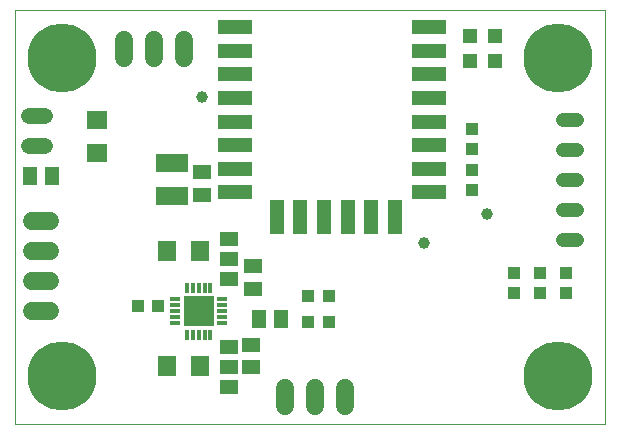
<source format=gts>
G75*
%MOIN*%
%OFA0B0*%
%FSLAX25Y25*%
%IPPOS*%
%LPD*%
%AMOC8*
5,1,8,0,0,1.08239X$1,22.5*
%
%ADD10C,0.00000*%
%ADD11R,0.07087X0.06299*%
%ADD12R,0.05906X0.05118*%
%ADD13R,0.06299X0.07087*%
%ADD14R,0.04331X0.03937*%
%ADD15R,0.03937X0.04331*%
%ADD16R,0.10630X0.06299*%
%ADD17R,0.05118X0.05906*%
%ADD18R,0.04724X0.04724*%
%ADD19C,0.04800*%
%ADD20C,0.06000*%
%ADD21R,0.11811X0.04724*%
%ADD22R,0.04724X0.11811*%
%ADD23R,0.01200X0.03200*%
%ADD24R,0.03200X0.01200*%
%ADD25R,0.10200X0.10200*%
%ADD26C,0.05400*%
%ADD27C,0.23000*%
%ADD28C,0.03937*%
D10*
X0007000Y0020587D02*
X0007000Y0158383D01*
X0203850Y0158383D01*
X0203850Y0020587D01*
X0007000Y0020587D01*
D11*
X0034500Y0110701D03*
X0034500Y0121724D03*
D12*
X0069500Y0104328D03*
X0069500Y0096847D03*
X0078250Y0082280D03*
X0078250Y0075587D03*
X0078250Y0068894D03*
X0086375Y0065597D03*
X0086375Y0073078D03*
X0085750Y0046828D03*
X0085750Y0039347D03*
X0078250Y0039337D03*
X0078250Y0032644D03*
X0078250Y0046030D03*
D13*
X0068762Y0039962D03*
X0057738Y0039962D03*
X0057738Y0078087D03*
X0068762Y0078087D03*
D14*
X0104904Y0054337D03*
X0111596Y0054337D03*
X0159500Y0098491D03*
X0159500Y0105184D03*
X0159500Y0112241D03*
X0159500Y0118934D03*
X0173250Y0070809D03*
X0173250Y0064116D03*
X0182000Y0064116D03*
X0182000Y0070809D03*
D15*
X0190750Y0070809D03*
X0190750Y0064116D03*
X0111596Y0063087D03*
X0104904Y0063087D03*
X0054721Y0059962D03*
X0048029Y0059962D03*
D16*
X0059500Y0096326D03*
X0059500Y0107349D03*
D17*
X0019490Y0103087D03*
X0012010Y0103087D03*
X0088260Y0055587D03*
X0095740Y0055587D03*
D18*
X0158875Y0141454D03*
X0167000Y0141454D03*
X0167000Y0149721D03*
X0158875Y0149721D03*
D19*
X0189600Y0121837D02*
X0194400Y0121837D01*
X0194400Y0111837D02*
X0189600Y0111837D01*
X0189600Y0101837D02*
X0194400Y0101837D01*
X0194400Y0091837D02*
X0189600Y0091837D01*
X0189600Y0081837D02*
X0194400Y0081837D01*
D20*
X0117000Y0032337D02*
X0117000Y0026337D01*
X0107000Y0026337D02*
X0107000Y0032337D01*
X0097000Y0032337D02*
X0097000Y0026337D01*
X0018750Y0058087D02*
X0012750Y0058087D01*
X0012750Y0068087D02*
X0018750Y0068087D01*
X0018750Y0078087D02*
X0012750Y0078087D01*
X0012750Y0088087D02*
X0018750Y0088087D01*
X0043250Y0142587D02*
X0043250Y0148587D01*
X0053250Y0148587D02*
X0053250Y0142587D01*
X0063250Y0142587D02*
X0063250Y0148587D01*
D21*
X0080573Y0144923D03*
X0080573Y0137049D03*
X0080573Y0129175D03*
X0080573Y0121301D03*
X0080573Y0113427D03*
X0080573Y0105553D03*
X0080573Y0097679D03*
X0080573Y0152797D03*
X0145140Y0152797D03*
X0145140Y0144923D03*
X0145140Y0137049D03*
X0145140Y0129175D03*
X0145140Y0121301D03*
X0145140Y0113427D03*
X0145140Y0105553D03*
X0145140Y0097679D03*
D22*
X0133722Y0089411D03*
X0125848Y0089411D03*
X0117974Y0089411D03*
X0110100Y0089411D03*
X0102226Y0089411D03*
X0094352Y0089411D03*
D23*
X0072150Y0065887D03*
X0070250Y0065887D03*
X0068250Y0065887D03*
X0066250Y0065887D03*
X0064350Y0065887D03*
X0064350Y0050287D03*
X0066250Y0050287D03*
X0068250Y0050287D03*
X0070250Y0050287D03*
X0072150Y0050287D03*
D24*
X0076050Y0054187D03*
X0076050Y0056087D03*
X0076050Y0058087D03*
X0076050Y0060087D03*
X0076050Y0061987D03*
X0060450Y0061987D03*
X0060450Y0060087D03*
X0060450Y0058087D03*
X0060450Y0056087D03*
X0060450Y0054187D03*
D25*
X0068250Y0058087D03*
D26*
X0017200Y0113087D02*
X0011800Y0113087D01*
X0011800Y0123087D02*
X0017200Y0123087D01*
D27*
X0022748Y0142635D03*
X0022748Y0036335D03*
X0188102Y0036335D03*
X0188102Y0142635D03*
D28*
X0164500Y0090587D03*
X0143250Y0080962D03*
X0069500Y0129337D03*
M02*

</source>
